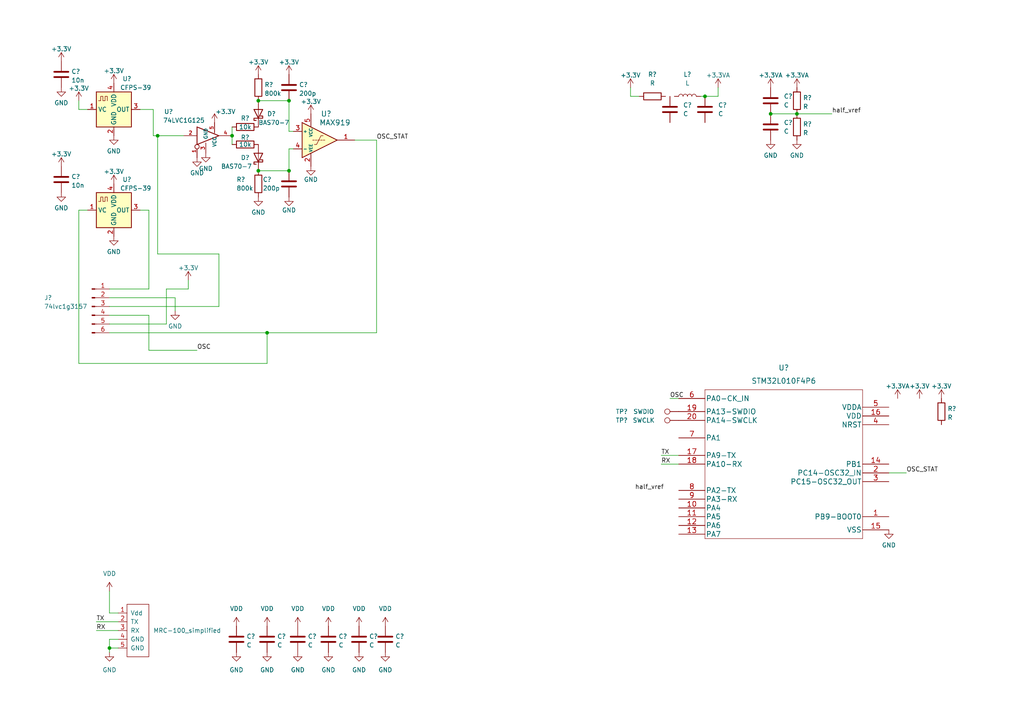
<source format=kicad_sch>
(kicad_sch (version 20211123) (generator eeschema)
  (paper "A4")
  (lib_symbols
    (symbol "74xGxx:74LVC1G125" (pin_names (offset 1.016))
      (property "Reference" "U?" (at -12.065 6.985 0))
      (property "Value" "74LVC1G125" (at -7.62 4.445 0))
      (symbol "74LVC1G125_0_1"
        (polyline (pts (xy -3.81 2.54) (xy -3.81 -2.54) (xy 2.54 0) (xy -3.81 2.54)) (stroke (width 0.254)))
      )
      (symbol "74LVC1G125_1_1"
        (pin input inverted (at -3.81 -6.35 90) (length 3.81) (name "~") (number "1"))
        (pin input line (at -7.62 0 0) (length 3.81) (name "~") (number "2"))
        (pin power_in line (at -1.27 -5.08 90) (length 3) (name "GND") (number "3"))
        (pin tri_state line (at 6.35 0 180) (length 3.81) (name "~") (number "4"))
        (pin power_in line (at 1.27 3.81 270) (length 3) (name "VCC") (number "5"))
      )
    )
    (symbol "BME:MRC-100_simplified" (pin_names (offset 1.016))
      (property "Value" "MRC-100_simplified" (at 6.35 8.89 0))
      (symbol "MRC-100_simplified_0_1"
        (rectangle (start -1.27 7.62) (end 5.08 -7.62))
      )
      (symbol "MRC-100_simplified_1_1"
        (pin input line (at -3.81 5.08 0) (length 2.54) (name "Vdd") (number "1"))
        (pin output line (at -3.81 2.54 0) (length 2.54) (name "TX") (number "2"))
        (pin input line (at -3.81 0 0) (length 2.54) (name "RX") (number "3"))
        (pin input line (at -3.81 -2.54 0) (length 2.54) (name "GND") (number "4"))
        (pin input line (at -3.81 -5.08 0) (length 2.54) (name "GND") (number "5"))
      )
    )
    (symbol "Connector:Conn_01x06_Male" (pin_names (offset 1.016) hide)
      (property "Reference" "J" (at 0 7.62 0))
      (property "Value" "Conn_01x06_Male" (at 0 -10.16 0))
      (symbol "Conn_01x06_Male_1_1"
        (polyline (pts (xy 1.27 -7.62) (xy 0.8636 -7.62)) (stroke (width 0.1524)))
        (polyline (pts (xy 1.27 -5.08) (xy 0.8636 -5.08)) (stroke (width 0.1524)))
        (polyline (pts (xy 1.27 -2.54) (xy 0.8636 -2.54)) (stroke (width 0.1524)))
        (polyline (pts (xy 1.27 0) (xy 0.8636 0)) (stroke (width 0.1524)))
        (polyline (pts (xy 1.27 2.54) (xy 0.8636 2.54)) (stroke (width 0.1524)))
        (polyline (pts (xy 1.27 5.08) (xy 0.8636 5.08)) (stroke (width 0.1524)))
        (rectangle (start 0.8636 -7.493) (end 0 -7.747) (stroke (width 0.1524)) (fill (type outline)))
        (rectangle (start 0.8636 -4.953) (end 0 -5.207) (stroke (width 0.1524)) (fill (type outline)))
        (rectangle (start 0.8636 -2.413) (end 0 -2.667) (stroke (width 0.1524)) (fill (type outline)))
        (rectangle (start 0.8636 0.127) (end 0 -0.127) (stroke (width 0.1524)) (fill (type outline)))
        (rectangle (start 0.8636 2.667) (end 0 2.413) (stroke (width 0.1524)) (fill (type outline)))
        (rectangle (start 0.8636 5.207) (end 0 4.953) (stroke (width 0.1524)) (fill (type outline)))
        (pin passive line (at 5.08 5.08 180) (length 3.81) (name "Pin_1") (number "1"))
        (pin passive line (at 5.08 2.54 180) (length 3.81) (name "Pin_2") (number "2"))
        (pin passive line (at 5.08 0 180) (length 3.81) (name "Pin_3") (number "3"))
        (pin passive line (at 5.08 -2.54 180) (length 3.81) (name "Pin_4") (number "4"))
        (pin passive line (at 5.08 -5.08 180) (length 3.81) (name "Pin_5") (number "5"))
        (pin passive line (at 5.08 -7.62 180) (length 3.81) (name "Pin_6") (number "6"))
      )
    )
    (symbol "Connector:TestPoint" (pin_numbers hide) (pin_names (offset 0.762) hide)
      (property "Reference" "TP" (at 0 6.858 0))
      (property "Value" "TestPoint" (at 0 5.08 0))
      (symbol "TestPoint_0_1"
        (circle (center 0 3.302) (radius 0.762))
      )
      (symbol "TestPoint_1_1"
        (pin passive line (at 0 0 90) (length 2.54) (name "1") (number "1"))
      )
    )
    (symbol "Device:C" (pin_numbers hide) (pin_names (offset 0.254))
      (property "Reference" "C" (at 0.635 2.54 0))
      (property "Value" "C" (at 0.635 -2.54 0))
      (symbol "C_0_1"
        (polyline (pts (xy -2.032 -0.762) (xy 2.032 -0.762)) (stroke (width 0.508)))
        (polyline (pts (xy -2.032 0.762) (xy 2.032 0.762)) (stroke (width 0.508)))
      )
      (symbol "C_1_1"
        (pin passive line (at 0 3.81 270) (length 2.794) (name "~") (number "1"))
        (pin passive line (at 0 -3.81 90) (length 2.794) (name "~") (number "2"))
      )
    )
    (symbol "Device:D_Schottky" (pin_numbers hide) (pin_names (offset 1.016) hide)
      (property "Reference" "D" (at 0 2.54 0))
      (property "Value" "D_Schottky" (at 0 -2.54 0))
      (symbol "D_Schottky_0_1"
        (polyline (pts (xy 1.27 0) (xy -1.27 0)))
        (polyline (pts (xy 1.27 1.27) (xy 1.27 -1.27) (xy -1.27 0) (xy 1.27 1.27)) (stroke (width 0.254)))
        (polyline (pts (xy -1.905 0.635) (xy -1.905 1.27) (xy -1.27 1.27) (xy -1.27 -1.27) (xy -0.635 -1.27) (xy -0.635 -0.635)) (stroke (width 0.254)))
      )
      (symbol "D_Schottky_1_1"
        (pin passive line (at -3.81 0 0) (length 2.54) (name "K") (number "1"))
        (pin passive line (at 3.81 0 180) (length 2.54) (name "A") (number "2"))
      )
    )
    (symbol "Device:L" (pin_numbers hide) (pin_names (offset 1.016) hide)
      (property "Reference" "L" (at -1.27 0 90))
      (property "Value" "L" (at 1.905 0 90))
      (symbol "L_0_1"
        (arc (start 0 -2.54) (mid 0.635 -1.905) (end 0 -1.27))
        (arc (start 0 -1.27) (mid 0.635 -0.635) (end 0 0))
        (arc (start 0 0) (mid 0.635 0.635) (end 0 1.27))
        (arc (start 0 1.27) (mid 0.635 1.905) (end 0 2.54))
      )
      (symbol "L_1_1"
        (pin passive line (at 0 3.81 270) (length 1.27) (name "1") (number "1"))
        (pin passive line (at 0 -3.81 90) (length 1.27) (name "2") (number "2"))
      )
    )
    (symbol "Device:R" (pin_numbers hide) (pin_names (offset 0))
      (property "Reference" "R" (at 2.032 0 90))
      (property "Value" "R" (at 0 0 90))
      (symbol "R_0_1"
        (rectangle (start -1.016 -2.54) (end 1.016 2.54) (stroke (width 0.254)))
      )
      (symbol "R_1_1"
        (pin passive line (at 0 3.81 270) (length 1.27) (name "~") (number "1"))
        (pin passive line (at 0 -3.81 90) (length 1.27) (name "~") (number "2"))
      )
    )
    (symbol "Oscillator:FT5HV"
      (property "Reference" "U" (at 5.08 11.43 0))
      (property "Value" "FT5HV" (at 6.35 8.89 0))
      (symbol "FT5HV_0_1"
        (rectangle (start -5.08 5.08) (end 5.08 -5.08) (stroke (width 0.254)) (fill (type background)))
        (polyline (pts (xy -4.445 2.54) (xy -3.81 2.54) (xy -3.81 3.81) (xy -3.175 3.81) (xy -3.175 2.54) (xy -2.54 2.54) (xy -2.54 3.81) (xy -1.905 3.81) (xy -1.905 2.54)))
      )
      (symbol "FT5HV_1_1"
        (pin input line (at -7.62 0 0) (length 2.54) (name "VC") (number "1"))
        (pin power_in line (at 0 -7.62 90) (length 2.54) (name "GND") (number "2"))
        (pin output line (at 7.62 0 180) (length 2.54) (name "OUT") (number "3"))
        (pin power_in line (at 0 7.62 270) (length 2.54) (name "VDD") (number "4"))
      )
    )
    (symbol "RET:MAX919" (pin_names (offset 0.254))
      (property "Reference" "U" (at 1.27 8.89 0))
      (property "Value" "MAX919" (at 8.89 6.35 0))
      (symbol "MAX919_0_1"
        (polyline (pts (xy -0.254 0) (xy -0.762 0)))
        (polyline (pts (xy 0.508 0) (xy 0 0)))
        (polyline (pts (xy 0.762 0) (xy 1.27 0)))
        (polyline (pts (xy 1.524 0) (xy 2.032 0)))
        (polyline (pts (xy 2.286 0) (xy 2.794 0)))
        (polyline (pts (xy -3.81 5.08) (xy 6.35 0) (xy -3.81 -5.08) (xy -3.81 5.08)) (stroke (width 0.254)) (fill (type background)))
        (polyline (pts (xy -0.254 -1.27) (xy 0.381 -1.27) (xy 1.651 1.27) (xy 2.286 1.27)))
      )
      (symbol "MAX919_1_1"
        (pin output line (at 11.43 0 180) (length 5.08) (name "") (number "1"))
        (pin power_in line (at -1.27 -7.62 90) (length 3.81) (name "VEE") (number "2"))
        (pin input line (at -6.35 2.54 0) (length 2.54) (name "+") (number "3"))
        (pin input line (at -6.35 -2.54 0) (length 2.54) (name "-") (number "4"))
        (pin power_in line (at -1.27 7.62 270) (length 3.81) (name "VCC") (number "5"))
      )
    )
    (symbol "farnell:STM32L010F4P6" (pin_names (offset 0.254))
      (property "Reference" "U?" (at 30.48 11.43 0))
      (property "Value" "STM32L010F4P6" (at 30.48 7.62 0))
      (symbol "STM32L010F4P6_1_1"
        (polyline (pts (xy 7.62 -38.1) (xy 53.34 -38.1)) (stroke (width 0.127)))
        (polyline (pts (xy 7.62 5.08) (xy 7.62 -38.1)) (stroke (width 0.127)))
        (polyline (pts (xy 53.34 -38.1) (xy 53.34 5.08)) (stroke (width 0.127)))
        (polyline (pts (xy 53.34 5.08) (xy 7.62 5.08)) (stroke (width 0.127)))
        (pin input line (at 60.96 -31.75 180) (length 7.62) (name "PB9-BOOT0") (number "1"))
        (pin bidirectional line (at 0 -29.21 0) (length 7.62) (name "PA4") (number "10"))
        (pin bidirectional line (at 0 -31.75 0) (length 7.62) (name "PA5") (number "11"))
        (pin bidirectional line (at 0 -34.29 0) (length 7.62) (name "PA6") (number "12"))
        (pin bidirectional line (at 0 -36.83 0) (length 7.62) (name "PA7") (number "13"))
        (pin bidirectional line (at 60.96 -16.51 180) (length 7.62) (name "PB1") (number "14"))
        (pin power_in line (at 60.96 -35.56 180) (length 7.62) (name "VSS") (number "15"))
        (pin power_in line (at 60.96 -2.54 180) (length 7.62) (name "VDD") (number "16"))
        (pin output line (at 0 -13.97 0) (length 7.62) (name "PA9-TX") (number "17"))
        (pin input line (at 0 -16.51 0) (length 7.62) (name "PA10-RX") (number "18"))
        (pin bidirectional line (at 0 -1.27 0) (length 7.62) (name "PA13-SWDIO") (number "19"))
        (pin bidirectional line (at 60.96 -19.05 180) (length 7.62) (name "PC14-OSC32_IN") (number "2"))
        (pin bidirectional line (at 0 -3.81 0) (length 7.62) (name "PA14-SWCLK") (number "20"))
        (pin bidirectional line (at 60.96 -21.59 180) (length 7.62) (name "PC15-OSC32_OUT") (number "3"))
        (pin bidirectional line (at 60.96 -5.08 180) (length 7.62) (name "NRST") (number "4"))
        (pin power_in line (at 60.96 0 180) (length 7.62) (name "VDDA") (number "5"))
        (pin input line (at 0 2.54 0) (length 7.62) (name "PA0-CK_IN") (number "6"))
        (pin input line (at 0 -8.89 0) (length 7.62) (name "PA1") (number "7"))
        (pin bidirectional line (at 0 -24.13 0) (length 7.62) (name "PA2-TX") (number "8"))
        (pin bidirectional line (at 0 -26.67 0) (length 7.62) (name "PA3-RX") (number "9"))
      )
    )
    (symbol "power:+3.3V" (power) (pin_names (offset 0))
      (property "Value" "+3.3V" (at 0 3.556 0))
      (symbol "+3.3V_0_1"
        (polyline (pts (xy -0.762 1.27) (xy 0 2.54)))
        (polyline (pts (xy 0 0) (xy 0 2.54)))
        (polyline (pts (xy 0 2.54) (xy 0.762 1.27)))
      )
      (symbol "+3.3V_1_1"
        (pin power_in line (at 0 0 90) (length 0) hide (name "+3.3V") (number "1"))
      )
    )
    (symbol "power:+3.3VA" (power) (pin_names (offset 0))
      (property "Value" "+3.3VA" (at 0 3.556 0))
      (symbol "+3.3VA_0_1"
        (polyline (pts (xy -0.762 1.27) (xy 0 2.54)))
        (polyline (pts (xy 0 0) (xy 0 2.54)))
        (polyline (pts (xy 0 2.54) (xy 0.762 1.27)))
      )
      (symbol "+3.3VA_1_1"
        (pin power_in line (at 0 0 90) (length 0) hide (name "+3.3VA") (number "1"))
      )
    )
    (symbol "power:GND" (power) (pin_names (offset 0))
      (property "Value" "GND" (at 0 -3.81 0))
      (symbol "GND_0_1"
        (polyline (pts (xy 0 0) (xy 0 -1.27) (xy 1.27 -1.27) (xy 0 -2.54) (xy -1.27 -1.27) (xy 0 -1.27)))
      )
      (symbol "GND_1_1"
        (pin power_in line (at 0 0 270) (length 0) hide (name "GND") (number "1"))
      )
    )
    (symbol "power:VDD" (power) (pin_names (offset 0))
      (property "Value" "VDD" (at 0 3.81 0))
      (symbol "VDD_0_1"
        (polyline (pts (xy -0.762 1.27) (xy 0 2.54)))
        (polyline (pts (xy 0 0) (xy 0 2.54)))
        (polyline (pts (xy 0 2.54) (xy 0.762 1.27)))
      )
      (symbol "VDD_1_1"
        (pin power_in line (at 0 0 90) (length 0) hide (name "VDD") (number "1"))
      )
    )
  )
  (junction (at 67.31 39.37))
  (junction (at 77.47 96.52))
  (junction (at 74.93 49.53))
  (junction (at 31.75 187.96))
  (junction (at 83.82 49.53))
  (junction (at 223.52 33.02))
  (junction (at 231.14 33.02))
  (junction (at 204.47 27.94))
  (junction (at 74.93 29.21))
  (junction (at 83.82 29.21))
  (junction (at 45.72 39.37))
  (wire (pts (xy 203.2 27.94) (xy 204.47 27.94)))
  (wire (pts (xy 208.28 27.94) (xy 208.28 25.4)))
  (wire (pts (xy 83.82 43.18) (xy 83.82 49.53)))
  (wire (pts (xy 27.94 180.34) (xy 34.29 180.34)))
  (wire (pts (xy 44.45 31.75) (xy 40.64 31.75)))
  (wire (pts (xy 48.26 93.98) (xy 48.26 83.82)))
  (wire (pts (xy 63.5 88.9) (xy 63.5 73.66)))
  (wire (pts (xy 63.5 73.66) (xy 45.72 73.66)))
  (wire (pts (xy 185.42 27.94) (xy 182.88 27.94)))
  (wire (pts (xy 31.75 86.36) (xy 50.8 86.36)))
  (wire (pts (xy 53.34 39.37) (xy 45.72 39.37)))
  (wire (pts (xy 77.47 96.52) (xy 109.22 96.52)))
  (wire (pts (xy 74.93 49.53) (xy 83.82 49.53)))
  (wire (pts (xy 182.88 27.94) (xy 182.88 25.4)))
  (wire (pts (xy 67.31 36.83) (xy 67.31 39.37)))
  (wire (pts (xy 194.31 115.57) (xy 196.85 115.57)))
  (wire (pts (xy 31.75 83.82) (xy 43.18 83.82)))
  (wire (pts (xy 85.09 43.18) (xy 83.82 43.18)))
  (wire (pts (xy 31.75 171.45) (xy 31.75 177.8)))
  (wire (pts (xy 196.85 132.08) (xy 191.77 132.08)))
  (wire (pts (xy 109.22 40.64) (xy 102.87 40.64)))
  (wire (pts (xy 83.82 38.1) (xy 83.82 29.21)))
  (wire (pts (xy 48.26 83.82) (xy 54.61 83.82)))
  (wire (pts (xy 109.22 96.52) (xy 109.22 40.64)))
  (wire (pts (xy 31.75 91.44) (xy 43.18 91.44)))
  (wire (pts (xy 85.09 38.1) (xy 83.82 38.1)))
  (wire (pts (xy 31.75 185.42) (xy 31.75 187.96)))
  (wire (pts (xy 31.75 93.98) (xy 48.26 93.98)))
  (wire (pts (xy 43.18 83.82) (xy 43.18 60.96)))
  (wire (pts (xy 204.47 27.94) (xy 208.28 27.94)))
  (wire (pts (xy 43.18 91.44) (xy 43.18 101.6)))
  (wire (pts (xy 223.52 33.02) (xy 231.14 33.02)))
  (wire (pts (xy 31.75 88.9) (xy 63.5 88.9)))
  (wire (pts (xy 44.45 39.37) (xy 44.45 31.75)))
  (wire (pts (xy 191.77 134.62) (xy 196.85 134.62)))
  (wire (pts (xy 45.72 73.66) (xy 45.72 39.37)))
  (wire (pts (xy 31.75 187.96) (xy 31.75 189.23)))
  (wire (pts (xy 50.8 86.36) (xy 50.8 90.17)))
  (wire (pts (xy 25.4 60.96) (xy 22.86 60.96)))
  (wire (pts (xy 67.31 39.37) (xy 67.31 41.91)))
  (wire (pts (xy 27.94 182.88) (xy 34.29 182.88)))
  (wire (pts (xy 22.86 31.75) (xy 22.86 29.21)))
  (wire (pts (xy 43.18 60.96) (xy 40.64 60.96)))
  (wire (pts (xy 257.81 137.16) (xy 262.89 137.16)))
  (wire (pts (xy 43.18 101.6) (xy 57.15 101.6)))
  (wire (pts (xy 54.61 81.28) (xy 54.61 83.82)))
  (wire (pts (xy 34.29 187.96) (xy 31.75 187.96)))
  (wire (pts (xy 31.75 177.8) (xy 34.29 177.8)))
  (wire (pts (xy 45.72 39.37) (xy 44.45 39.37)))
  (wire (pts (xy 77.47 105.41) (xy 77.47 96.52)))
  (wire (pts (xy 22.86 60.96) (xy 22.86 105.41)))
  (wire (pts (xy 22.86 105.41) (xy 77.47 105.41)))
  (wire (pts (xy 25.4 31.75) (xy 22.86 31.75)))
  (wire (pts (xy 34.29 185.42) (xy 31.75 185.42)))
  (wire (pts (xy 83.82 29.21) (xy 74.93 29.21)))
  (wire (pts (xy 231.14 33.02) (xy 241.3 33.02)))
  (wire (pts (xy 31.75 96.52) (xy 77.47 96.52)))
  (label "OSC" (at 194.31 115.57 0))
  (label "RX" (at 27.94 182.88 0))
  (label "OSC_STAT" (at 109.22 40.64 0))
  (label "half_vref" (at 241.3 33.02 0))
  (label "TX" (at 27.94 180.34 0))
  (label "TX" (at 191.77 132.08 0))
  (label "RX" (at 191.77 134.62 0))
  (label "half_vref" (at 184.15 142.24 0))
  (label "OSC_STAT" (at 262.89 137.16 0))
  (label "OSC" (at 57.15 101.6 0))
  (symbol (lib_id "power:VDD") (at 68.58 181.61 0) (unit 1)
    (property "Reference" "#PWR?" (effects hide))
    (property "Value" "VDD" (at 68.58 176.53 0))
  )
  (symbol (lib_id "Oscillator:FT5HV") (at 33.02 31.75 0) (unit 1)
    (property "Reference" "U?" (at 36.83 22.86 0))
    (property "Value" "CFPS-39" (at 39.37 25.4 0))
    (property "Footprint" "Oscillator:Oscillator_SMD_Fox_FT5H_5.0x3.2mm" (effects hide))
    (property "Datasheet" "https://foxonline.com/wp-content/uploads/pdfs/T5HN_T5HV.pdf" (effects hide))
  )
  (symbol (lib_id "Device:R") (at 231.14 29.21 0) (unit 1)
    (property "Reference" "R?" (at 232.918 28.3753 0) (effects (justify left)))
    (property "Value" "R" (at 232.918 30.9122 0) (effects (justify left)))
  )
  (symbol (lib_id "power:+3.3V") (at 90.17 33.02 0) (unit 1)
    (property "Reference" "#PWR?" (effects hide))
    (property "Value" "+3.3V" (at 90.17 29.464 0))
  )
  (symbol (lib_id "Device:D_Schottky") (at 74.93 33.02 90) (unit 1)
    (property "Reference" "D?" (at 77.47 33.02 90) (effects (justify right)))
    (property "Value" "BAS70-7" (at 74.93 35.56 90) (effects (justify right)))
  )
  (symbol (lib_id "Device:R") (at 71.12 41.91 90) (unit 1)
    (property "Reference" "R?" (at 71.12 39.878 90))
    (property "Value" "10k" (at 71.12 41.91 90))
  )
  (symbol (lib_id "power:+3.3V") (at 33.02 24.13 0) (unit 1)
    (property "Reference" "#PWR?" (effects hide))
    (property "Value" "+3.3V" (at 33.02 20.5542 0))
  )
  (symbol (lib_id "power:VDD") (at 31.75 171.45 0) (unit 1)
    (property "Reference" "#PWR?" (effects hide))
    (property "Value" "VDD" (at 31.75 166.37 0))
  )
  (symbol (lib_id "power:GND") (at 223.52 40.64 0) (unit 1)
    (property "Reference" "#PWR?" (effects hide))
    (property "Value" "GND" (at 223.52 45.0834 0))
  )
  (symbol (lib_id "power:GND") (at 31.75 189.23 0) (unit 1)
    (property "Reference" "#PWR?" (effects hide))
    (property "Value" "GND" (at 31.75 194.31 0))
  )
  (symbol (lib_id "Device:L") (at 199.39 27.94 90) (unit 1)
    (property "Reference" "L?" (at 199.39 21.59 90))
    (property "Value" "L" (at 199.39 24.13 90))
  )
  (symbol (lib_id "power:+3.3VA") (at 208.28 25.4 0) (unit 1)
    (property "Reference" "#PWR?" (effects hide))
    (property "Value" "+3.3VA" (at 208.28 21.8242 0))
  )
  (symbol (lib_id "Device:R") (at 189.23 27.94 90) (unit 1)
    (property "Reference" "R?" (at 189.23 21.59 90))
    (property "Value" "R" (at 189.23 24.13 90))
  )
  (symbol (lib_id "power:VDD") (at 77.47 181.61 0) (unit 1)
    (property "Reference" "#PWR?" (effects hide))
    (property "Value" "VDD" (at 77.47 176.53 0))
  )
  (symbol (lib_id "power:+3.3VA") (at 223.52 25.4 0) (unit 1)
    (property "Reference" "#PWR?" (effects hide))
    (property "Value" "+3.3VA" (at 223.52 21.8242 0))
  )
  (symbol (lib_id "power:GND") (at 33.02 68.58 0) (unit 1)
    (property "Reference" "#PWR?" (effects hide))
    (property "Value" "GND" (at 33.02 73.0234 0))
  )
  (symbol (lib_id "74xGxx:74LVC1G125") (at 60.96 39.37 0) (unit 1)
    (property "Reference" "U?" (at 48.895 32.385 0))
    (property "Value" "74LVC1G125" (at 53.34 34.925 0))
    (property "Datasheet" "http://www.ti.com/lit/sg/scyt129e/scyt129e.pdf" (effects hide))
  )
  (symbol (lib_id "power:+3.3V") (at 33.02 53.34 0) (unit 1)
    (property "Reference" "#PWR?" (effects hide))
    (property "Value" "+3.3V" (at 33.02 49.7642 0))
  )
  (symbol (lib_id "Device:D_Schottky") (at 74.93 45.72 90) (unit 1)
    (property "Reference" "D?" (at 71.12 45.72 90))
    (property "Value" "BAS70-7" (at 68.58 48.26 90))
  )
  (symbol (lib_id "BME:MRC-100_simplified") (at 38.1 182.88 0) (unit 1)
    (property "Reference" "Int1" (effects hide))
    (property "Value" "MRC-100_simplified" (at 44.45 182.8799 0) (effects (justify left)))
    (property "Footprint" "BME:mrc-100" (effects hide))
  )
  (symbol (lib_id "power:+3.3V") (at 17.78 48.26 0) (unit 1)
    (property "Reference" "#PWR?" (effects hide))
    (property "Value" "+3.3V" (at 17.78 44.6842 0))
  )
  (symbol (lib_id "Device:C") (at 77.47 185.42 0) (unit 1)
    (property "Reference" "C?" (at 80.391 184.5853 0) (effects (justify left)))
    (property "Value" "C" (at 80.391 187.1222 0) (effects (justify left)))
  )
  (symbol (lib_id "power:+3.3VA") (at 260.35 115.57 0) (unit 1)
    (property "Reference" "#PWR?" (effects hide))
    (property "Value" "+3.3VA" (at 260.35 111.9942 0))
  )
  (symbol (lib_id "Connector:TestPoint") (at 196.85 121.92 90) (unit 1)
    (property "Reference" "TP?" (at 180.34 121.92 90))
    (property "Value" "SWCLK" (at 186.69 121.92 90))
    (property "Footprint" "TestPoint:TestPoint_Pad_3.0x3.0mm" (effects hide))
  )
  (symbol (lib_id "Device:C") (at 95.25 185.42 0) (unit 1)
    (property "Reference" "C?" (at 98.171 184.5853 0) (effects (justify left)))
    (property "Value" "C" (at 98.171 187.1222 0) (effects (justify left)))
  )
  (symbol (lib_id "Connector:TestPoint") (at 196.85 119.38 90) (unit 1)
    (property "Reference" "TP?" (at 180.34 119.38 90))
    (property "Value" "SWDIO" (at 186.69 119.38 90))
    (property "Footprint" "TestPoint:TestPoint_Pad_3.0x3.0mm" (effects hide))
  )
  (symbol (lib_id "power:GND") (at 33.02 39.37 0) (unit 1)
    (property "Reference" "#PWR?" (effects hide))
    (property "Value" "GND" (at 33.02 43.8134 0))
  )
  (symbol (lib_id "Device:R") (at 74.93 53.34 0) (unit 1)
    (property "Reference" "R?" (at 68.58 52.07 0) (effects (justify left)))
    (property "Value" "800k" (at 68.58 54.61 0) (effects (justify left)))
  )
  (symbol (lib_id "power:+3.3V") (at 74.93 21.59 0) (unit 1)
    (property "Reference" "#PWR?" (effects hide))
    (property "Value" "+3.3V" (at 74.93 18.0142 0))
  )
  (symbol (lib_id "Connector:Conn_01x06_Male") (at 26.67 88.9 0) (unit 1)
    (property "Reference" "J?" (at 13.97 86.36 0))
    (property "Value" "74lvc1g3157" (at 19.05 88.9 0))
  )
  (symbol (lib_id "Device:R") (at 273.05 119.38 0) (unit 1)
    (property "Reference" "R?" (at 274.828 118.5453 0) (effects (justify left)))
    (property "Value" "R" (at 274.828 121.0822 0) (effects (justify left)))
  )
  (symbol (lib_id "Device:C") (at 104.14 185.42 0) (unit 1)
    (property "Reference" "C?" (at 107.061 184.5853 0) (effects (justify left)))
    (property "Value" "C" (at 107.061 187.1222 0) (effects (justify left)))
  )
  (symbol (lib_id "power:VDD") (at 104.14 181.61 0) (unit 1)
    (property "Reference" "#PWR?" (effects hide))
    (property "Value" "VDD" (at 104.14 176.53 0))
  )
  (symbol (lib_id "Device:C") (at 83.82 53.34 0) (unit 1)
    (property "Reference" "C?" (at 76.2 52.07 0) (effects (justify left)))
    (property "Value" "200p" (at 76.2 54.61 0) (effects (justify left)))
  )
  (symbol (lib_id "power:GND") (at 50.8 90.17 0) (unit 1)
    (property "Reference" "#PWR?" (effects hide))
    (property "Value" "GND" (at 50.8 94.6134 0))
  )
  (symbol (lib_id "power:GND") (at 17.78 55.88 0) (unit 1)
    (property "Reference" "#PWR?" (effects hide))
    (property "Value" "GND" (at 17.78 60.3234 0))
  )
  (symbol (lib_id "Device:C") (at 111.76 185.42 0) (unit 1)
    (property "Reference" "C?" (at 114.681 184.5853 0) (effects (justify left)))
    (property "Value" "C" (at 114.681 187.1222 0) (effects (justify left)))
  )
  (symbol (lib_id "Device:C") (at 83.82 25.4 0) (unit 1)
    (property "Reference" "C?" (at 86.741 24.5653 0) (effects (justify left)))
    (property "Value" "200p" (at 86.741 27.1022 0) (effects (justify left)))
  )
  (symbol (lib_id "Device:R") (at 74.93 25.4 0) (unit 1)
    (property "Reference" "R?" (at 76.708 24.5653 0) (effects (justify left)))
    (property "Value" "800k" (at 76.708 27.1022 0) (effects (justify left)))
  )
  (symbol (lib_id "Device:C") (at 86.36 185.42 0) (unit 1)
    (property "Reference" "C?" (at 89.281 184.5853 0) (effects (justify left)))
    (property "Value" "C" (at 89.281 187.1222 0) (effects (justify left)))
  )
  (symbol (lib_id "power:GND") (at 59.69 44.45 0) (unit 1)
    (property "Reference" "#PWR?" (effects hide))
    (property "Value" "GND" (at 59.69 48.8934 0))
  )
  (symbol (lib_id "power:+3.3V") (at 62.23 35.56 0) (unit 1)
    (property "Reference" "#PWR?" (effects hide))
    (property "Value" "+3.3V" (at 65.405 32.385 0))
  )
  (symbol (lib_id "power:GND") (at 57.15 45.72 0) (unit 1)
    (property "Reference" "#PWR?" (effects hide))
    (property "Value" "GND" (at 57.15 50.1634 0))
  )
  (symbol (lib_id "power:+3.3V") (at 17.78 17.78 0) (unit 1)
    (property "Reference" "#PWR?" (effects hide))
    (property "Value" "+3.3V" (at 17.78 14.2042 0))
  )
  (symbol (lib_id "Device:C") (at 204.47 31.75 0) (unit 1)
    (property "Reference" "C?" (at 208.28 30.4799 0) (effects (justify left)))
    (property "Value" "C" (at 208.28 33.0199 0) (effects (justify left)))
  )
  (symbol (lib_id "power:GND") (at 17.78 25.4 0) (unit 1)
    (property "Reference" "#PWR?" (effects hide))
    (property "Value" "GND" (at 17.78 29.8434 0))
  )
  (symbol (lib_id "power:GND") (at 77.47 189.23 0) (unit 1)
    (property "Reference" "#PWR?" (effects hide))
    (property "Value" "GND" (at 77.47 194.31 0))
  )
  (symbol (lib_id "Device:C") (at 223.52 36.83 0) (unit 1)
    (property "Reference" "C?" (at 227.33 35.5599 0) (effects (justify left)))
    (property "Value" "C" (at 227.33 38.0999 0) (effects (justify left)))
  )
  (symbol (lib_id "power:GND") (at 257.81 153.67 0) (unit 1)
    (property "Reference" "#PWR?" (effects hide))
    (property "Value" "GND" (at 257.81 158.1134 0))
  )
  (symbol (lib_id "power:GND") (at 86.36 189.23 0) (unit 1)
    (property "Reference" "#PWR?" (effects hide))
    (property "Value" "GND" (at 86.36 194.31 0))
  )
  (symbol (lib_id "power:VDD") (at 111.76 181.61 0) (unit 1)
    (property "Reference" "#PWR?" (effects hide))
    (property "Value" "VDD" (at 111.76 176.53 0))
  )
  (symbol (lib_id "power:GND") (at 83.82 57.15 0) (unit 1)
    (property "Reference" "#PWR?" (effects hide))
    (property "Value" "GND" (at 83.82 60.96 0))
  )
  (symbol (lib_id "power:GND") (at 90.17 48.26 0) (unit 1)
    (property "Reference" "#PWR?" (effects hide))
    (property "Value" "GND" (at 90.17 52.07 0))
  )
  (symbol (lib_id "Device:C") (at 68.58 185.42 0) (unit 1)
    (property "Reference" "C?" (at 71.501 184.5853 0) (effects (justify left)))
    (property "Value" "C" (at 71.501 187.1222 0) (effects (justify left)))
  )
  (symbol (lib_id "power:+3.3V") (at 22.86 29.21 0) (unit 1)
    (property "Reference" "#PWR?" (effects hide))
    (property "Value" "+3.3V" (at 22.86 25.6342 0))
  )
  (symbol (lib_id "power:+3.3VA") (at 231.14 25.4 0) (unit 1)
    (property "Reference" "#PWR?" (effects hide))
    (property "Value" "+3.3VA" (at 231.14 21.8242 0))
  )
  (symbol (lib_id "power:GND") (at 74.93 57.15 0) (unit 1)
    (property "Reference" "#PWR?" (effects hide))
    (property "Value" "GND" (at 74.93 61.5934 0))
  )
  (symbol (lib_id "power:GND") (at 68.58 189.23 0) (unit 1)
    (property "Reference" "#PWR?" (effects hide))
    (property "Value" "GND" (at 68.58 194.31 0))
  )
  (symbol (lib_id "power:VDD") (at 95.25 181.61 0) (unit 1)
    (property "Reference" "#PWR?" (effects hide))
    (property "Value" "VDD" (at 95.25 176.53 0))
  )
  (symbol (lib_id "Device:C") (at 223.52 29.21 0) (unit 1)
    (property "Reference" "C?" (at 227.33 27.9399 0) (effects (justify left)))
    (property "Value" "C" (at 227.33 30.4799 0) (effects (justify left)))
  )
  (symbol (lib_id "power:GND") (at 231.14 40.64 0) (unit 1)
    (property "Reference" "#PWR?" (effects hide))
    (property "Value" "GND" (at 231.14 45.0834 0))
  )
  (symbol (lib_id "power:+3.3V") (at 54.61 81.28 0) (unit 1)
    (property "Reference" "#PWR?" (effects hide))
    (property "Value" "+3.3V" (at 54.61 77.7042 0))
  )
  (symbol (lib_id "farnell:STM32L010F4P6") (at 196.85 118.11 0) (unit 1)
    (property "Reference" "U?" (at 227.33 106.68 0) (effects (font (size 1.524 1.524))))
    (property "Value" "STM32L010F4P6" (at 227.33 110.49 0) (effects (font (size 1.524 1.524))))
    (property "Footprint" "farnell:STM32L010F4P6" (effects hide))
    (property "Datasheet" "https://hu.farnell.com/stmicroelectronics/stm32l010f4p6/mcu-32bit-32mhz-tssop-20/dp/2980875?st=stm32%20stm32l" (effects hide))
  )
  (symbol (lib_id "power:+3.3V") (at 273.05 115.57 0) (unit 1)
    (property "Reference" "#PWR?" (effects hide))
    (property "Value" "+3.3V" (at 273.05 111.9942 0))
  )
  (symbol (lib_id "Device:R") (at 71.12 36.83 90) (unit 1)
    (property "Reference" "R?" (at 71.12 34.29 90))
    (property "Value" "10k" (at 71.12 36.83 90))
  )
  (symbol (lib_id "power:+3.3V") (at 266.7 115.57 0) (unit 1)
    (property "Reference" "#PWR?" (effects hide))
    (property "Value" "+3.3V" (at 266.7 111.9942 0))
  )
  (symbol (lib_id "Oscillator:FT5HV") (at 33.02 60.96 0) (unit 1)
    (property "Reference" "U?" (at 36.83 52.07 0))
    (property "Value" "CFPS-39" (at 39.37 54.61 0))
    (property "Footprint" "Oscillator:Oscillator_SMD_Fox_FT5H_5.0x3.2mm" (effects hide))
    (property "Datasheet" "https://foxonline.com/wp-content/uploads/pdfs/T5HN_T5HV.pdf" (effects hide))
  )
  (symbol (lib_id "power:GND") (at 111.76 189.23 0) (unit 1)
    (property "Reference" "#PWR?" (effects hide))
    (property "Value" "GND" (at 111.76 194.31 0))
  )
  (symbol (lib_id "Device:C") (at 17.78 52.07 0) (unit 1)
    (property "Reference" "C?" (at 20.701 51.2353 0) (effects (justify left)))
    (property "Value" "10n" (at 20.701 53.7722 0) (effects (justify left)))
  )
  (symbol (lib_id "Device:R") (at 231.14 36.83 0) (unit 1)
    (property "Reference" "R?" (at 232.918 35.9953 0) (effects (justify left)))
    (property "Value" "R" (at 232.918 38.5322 0) (effects (justify left)))
  )
  (symbol (lib_id "power:GND") (at 95.25 189.23 0) (unit 1)
    (property "Reference" "#PWR?" (effects hide))
    (property "Value" "GND" (at 95.25 194.31 0))
  )
  (symbol (lib_id "power:+3.3V") (at 83.82 21.59 0) (unit 1)
    (property "Reference" "#PWR?" (effects hide))
    (property "Value" "+3.3V" (at 83.82 18.034 0))
  )
  (symbol (lib_id "Device:C") (at 17.78 21.59 0) (unit 1)
    (property "Reference" "C?" (at 20.701 20.7553 0) (effects (justify left)))
    (property "Value" "10n" (at 20.701 23.2922 0) (effects (justify left)))
  )
  (symbol (lib_id "power:VDD") (at 86.36 181.61 0) (unit 1)
    (property "Reference" "#PWR?" (effects hide))
    (property "Value" "VDD" (at 86.36 176.53 0))
  )
  (symbol (lib_id "Device:C") (at 194.31 31.75 0) (unit 1)
    (property "Reference" "C?" (at 198.12 30.4799 0) (effects (justify left)))
    (property "Value" "C" (at 198.12 33.0199 0) (effects (justify left)))
  )
  (symbol (lib_id "power:+3.3V") (at 182.88 25.4 0) (unit 1)
    (property "Reference" "#PWR?" (effects hide))
    (property "Value" "+3.3V" (at 182.88 21.8242 0))
  )
  (symbol (lib_id "power:GND") (at 104.14 189.23 0) (unit 1)
    (property "Reference" "#PWR?" (effects hide))
    (property "Value" "GND" (at 104.14 194.31 0))
  )
  (symbol (lib_id "RET:MAX919") (at 91.44 40.64 0) (unit 1)
    (property "Reference" "U?" (at 94.615 33.02 0) (effects (font (size 1.524 1.524))))
    (property "Value" "MAX919" (at 97.155 35.56 0) (effects (font (size 1.524 1.524))))
    (property "Footprint" "Package_TO_SOT_SMD:SOT-23-5_HandSoldering" (effects hide))
    (property "Datasheet" "https://www.ret.hu/media/product/10588/540369/MAX917-MAX920.pdf" (effects hide))
  )
)
</source>
